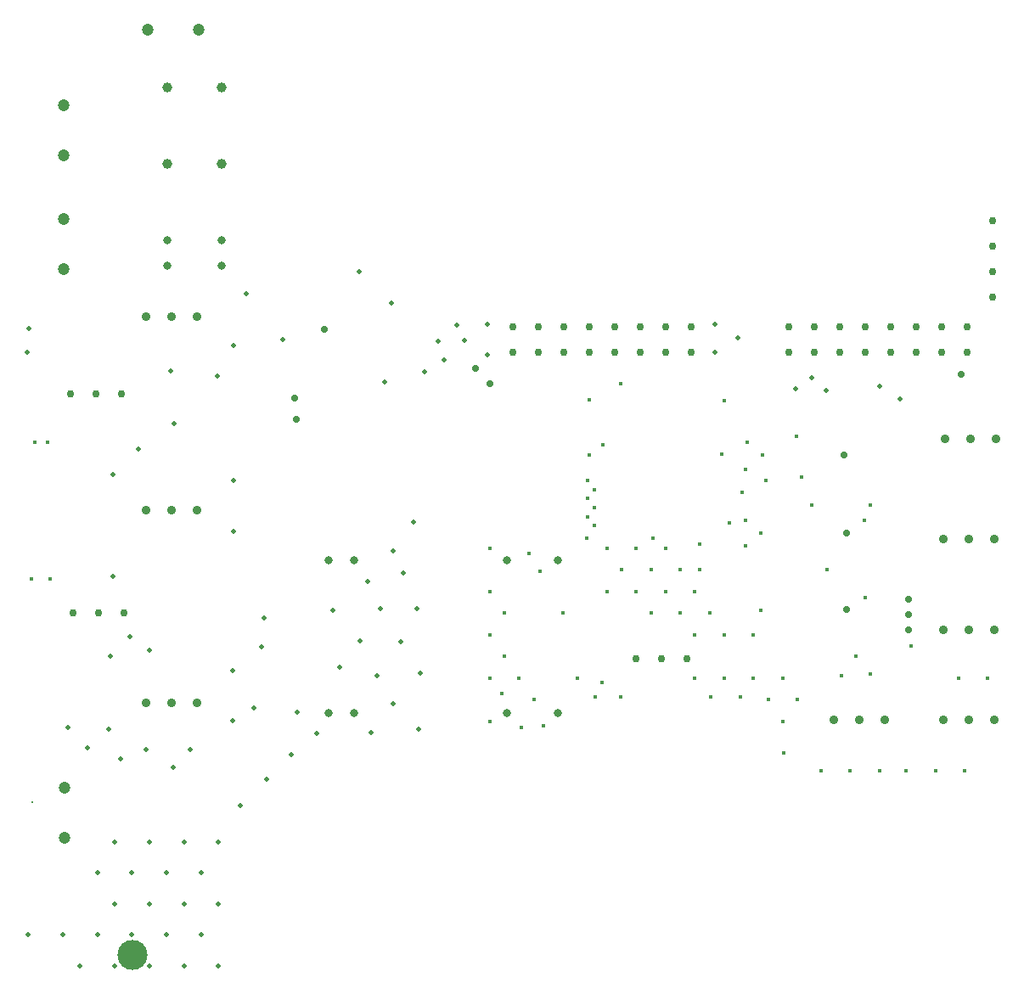
<source format=gbr>
G04 Layer_Color=0*
%FSLAX25Y25*%
%MOIN*%
%TF.FileFunction,Plated,1,2,PTH,Drill*%
%TF.Part,Single*%
G01*
G75*
%TA.AperFunction,ComponentDrill*%
%ADD99C,0.03000*%
%TA.AperFunction,OtherDrill,Pad Free-5 (447mil,-116mil)*%
%ADD100C,0.11811*%
%TA.AperFunction,ComponentDrill*%
%ADD101C,0.04724*%
%ADD102C,0.04724*%
%ADD103C,0.03543*%
%ADD104C,0.03000*%
%ADD105C,0.03150*%
%ADD106C,0.03937*%
%TA.AperFunction,ViaDrill,NotFilled*%
%ADD107C,0.02800*%
%ADD108C,0.02000*%
%ADD109C,0.01500*%
%ADD110C,0.01575*%
%ADD111C,0.01000*%
D99*
X382600Y246900D02*
D03*
Y256900D02*
D03*
Y266900D02*
D03*
Y276900D02*
D03*
D100*
X44700Y-11600D02*
D03*
D101*
X18100Y34558D02*
D03*
Y54242D02*
D03*
X17866Y322143D02*
D03*
Y302457D02*
D03*
Y277642D02*
D03*
Y257958D02*
D03*
D102*
X50970Y351800D02*
D03*
X70655D02*
D03*
D103*
X50100Y239300D02*
D03*
X60100D02*
D03*
X70100D02*
D03*
X50100Y163350D02*
D03*
X60100D02*
D03*
X70100D02*
D03*
X50100Y87400D02*
D03*
X60100D02*
D03*
X70100D02*
D03*
X363700Y191300D02*
D03*
X373700D02*
D03*
X383700D02*
D03*
X383100Y151800D02*
D03*
X373100D02*
D03*
X363100D02*
D03*
X320100Y80800D02*
D03*
X330100D02*
D03*
X340100D02*
D03*
X363100Y80800D02*
D03*
X373100D02*
D03*
X383100D02*
D03*
X363100Y116341D02*
D03*
X373100D02*
D03*
X383100D02*
D03*
D104*
X214100Y235300D02*
D03*
X204100D02*
D03*
X264100D02*
D03*
X254100D02*
D03*
X244100D02*
D03*
X234100D02*
D03*
X224100D02*
D03*
X194100D02*
D03*
X214100Y225300D02*
D03*
X204100D02*
D03*
X264100D02*
D03*
X254100D02*
D03*
X244100D02*
D03*
X234100D02*
D03*
X224100D02*
D03*
X194100D02*
D03*
X322600D02*
D03*
X312600D02*
D03*
X372600D02*
D03*
X362600D02*
D03*
X352600D02*
D03*
X342600D02*
D03*
X332600D02*
D03*
X302600D02*
D03*
X322600Y235300D02*
D03*
X312600D02*
D03*
X372600D02*
D03*
X362600D02*
D03*
X352600D02*
D03*
X342600D02*
D03*
X332600D02*
D03*
X302600D02*
D03*
X252600Y104800D02*
D03*
X262600D02*
D03*
X242600D02*
D03*
X31584Y123000D02*
D03*
X41584D02*
D03*
X21584D02*
D03*
X20600Y208800D02*
D03*
X30600D02*
D03*
X40600D02*
D03*
D105*
X211700Y143700D02*
D03*
X191700D02*
D03*
X131700D02*
D03*
X121700D02*
D03*
Y83700D02*
D03*
X211700D02*
D03*
X191700D02*
D03*
X131700D02*
D03*
X58479Y269300D02*
D03*
Y259300D02*
D03*
X79979Y269300D02*
D03*
Y259300D02*
D03*
D106*
X58479Y329300D02*
D03*
Y299300D02*
D03*
X79979Y329300D02*
D03*
Y299300D02*
D03*
D107*
X370100Y216700D02*
D03*
X349600Y122300D02*
D03*
X109100Y198800D02*
D03*
X185100Y212800D02*
D03*
X179600Y218800D02*
D03*
X325100Y124300D02*
D03*
Y154300D02*
D03*
X324100Y184800D02*
D03*
X349600Y128300D02*
D03*
Y116300D02*
D03*
X108600Y207300D02*
D03*
X120318Y234250D02*
D03*
D108*
X84600Y174800D02*
D03*
Y154800D02*
D03*
X150100Y111400D02*
D03*
X137100Y135200D02*
D03*
X51400Y108200D02*
D03*
X43800Y113400D02*
D03*
X78100Y215800D02*
D03*
X84600Y227800D02*
D03*
X103900Y230100D02*
D03*
X4100Y234500D02*
D03*
X59900Y217800D02*
D03*
X3400Y225300D02*
D03*
X61100Y197300D02*
D03*
X47100Y187300D02*
D03*
X37100Y177300D02*
D03*
Y137300D02*
D03*
X84135Y100353D02*
D03*
Y80570D02*
D03*
X67600Y69300D02*
D03*
X50100D02*
D03*
X40000Y65700D02*
D03*
X19600Y77800D02*
D03*
X92400Y85400D02*
D03*
X35600Y77300D02*
D03*
X60900Y62200D02*
D03*
X27100Y69800D02*
D03*
X87100Y47300D02*
D03*
X97400Y57400D02*
D03*
X107100Y67300D02*
D03*
X36300Y106000D02*
D03*
X95600Y109600D02*
D03*
X155200Y158700D02*
D03*
X147100Y147300D02*
D03*
X151100Y138500D02*
D03*
X142300Y124600D02*
D03*
X156400D02*
D03*
X134200Y111900D02*
D03*
X140800Y98200D02*
D03*
X147100Y87300D02*
D03*
X126100Y101600D02*
D03*
X123500Y124000D02*
D03*
X96500Y120800D02*
D03*
X157700Y99100D02*
D03*
X117300Y75400D02*
D03*
X138400Y75800D02*
D03*
X157100Y77300D02*
D03*
X133900Y257000D02*
D03*
X89500Y248100D02*
D03*
X146600Y244605D02*
D03*
X143900Y213500D02*
D03*
X164700Y229700D02*
D03*
X159500Y217400D02*
D03*
X175100Y229800D02*
D03*
X184100Y236300D02*
D03*
X172300Y236000D02*
D03*
X167300Y222200D02*
D03*
X184100Y224300D02*
D03*
X282600Y230800D02*
D03*
X273600Y236300D02*
D03*
Y225300D02*
D03*
X317100Y210300D02*
D03*
X311600Y215300D02*
D03*
X305100Y210800D02*
D03*
X346100Y206800D02*
D03*
X338100Y211800D02*
D03*
X109500Y84000D02*
D03*
X78600Y33000D02*
D03*
X65000D02*
D03*
X58200Y20800D02*
D03*
X71800D02*
D03*
X44600D02*
D03*
X51400Y33000D02*
D03*
Y8600D02*
D03*
X78600D02*
D03*
X65000D02*
D03*
X44600Y-3600D02*
D03*
X71800D02*
D03*
X58200D02*
D03*
X51400Y-15800D02*
D03*
X78600D02*
D03*
X65000D02*
D03*
X37800Y8600D02*
D03*
Y33000D02*
D03*
Y-15800D02*
D03*
X31000Y20800D02*
D03*
Y-3600D02*
D03*
X17400D02*
D03*
X3800D02*
D03*
X24200Y-15800D02*
D03*
D109*
X371624Y60705D02*
D03*
X315100Y60800D02*
D03*
X326600D02*
D03*
X338100D02*
D03*
X305600Y192339D02*
D03*
X197575Y77945D02*
D03*
X185100Y80300D02*
D03*
X206298Y78498D02*
D03*
X288600Y97300D02*
D03*
X277100D02*
D03*
X265600D02*
D03*
X283350Y89800D02*
D03*
X271850D02*
D03*
X229298Y95498D02*
D03*
X185100Y97300D02*
D03*
X189874Y91155D02*
D03*
X190850Y105800D02*
D03*
X196600Y97300D02*
D03*
X202350Y88800D02*
D03*
X226350Y89800D02*
D03*
X236500D02*
D03*
X219600Y97300D02*
D03*
X323100Y98300D02*
D03*
X305850Y88800D02*
D03*
X300100Y97300D02*
D03*
X294350Y88800D02*
D03*
X334600Y98800D02*
D03*
X328850Y105800D02*
D03*
X350600Y109800D02*
D03*
X369100Y97300D02*
D03*
X380600D02*
D03*
X360124Y60705D02*
D03*
X348624D02*
D03*
X300100Y80300D02*
D03*
X317350Y139800D02*
D03*
X334600Y165300D02*
D03*
X311600D02*
D03*
X307419Y176198D02*
D03*
X229600Y188800D02*
D03*
X279100Y158300D02*
D03*
X259850Y139800D02*
D03*
X265600Y131300D02*
D03*
X271350Y122800D02*
D03*
X254100Y148300D02*
D03*
X242600D02*
D03*
X231100D02*
D03*
X248350Y139800D02*
D03*
X236850D02*
D03*
X254100Y131300D02*
D03*
X242600D02*
D03*
X231100D02*
D03*
X185100D02*
D03*
Y114300D02*
D03*
X190850Y122800D02*
D03*
X213850D02*
D03*
X248350D02*
D03*
X288600Y114300D02*
D03*
X277100D02*
D03*
X259850Y122800D02*
D03*
X265600Y114300D02*
D03*
X204800Y139300D02*
D03*
X185100Y148300D02*
D03*
X200600Y146300D02*
D03*
X277100Y206300D02*
D03*
D110*
X224100Y206453D02*
D03*
X236600Y212800D02*
D03*
X223100Y152300D02*
D03*
X249100D02*
D03*
X276100Y185300D02*
D03*
X224100Y184800D02*
D03*
X300600Y67800D02*
D03*
X292100Y184800D02*
D03*
X291600Y154300D02*
D03*
Y123800D02*
D03*
X267600Y139800D02*
D03*
Y149800D02*
D03*
X285600Y149300D02*
D03*
Y159300D02*
D03*
X286100Y189800D02*
D03*
X285600Y179300D02*
D03*
X284100Y170264D02*
D03*
X293600Y174800D02*
D03*
X226100Y157122D02*
D03*
X223600Y160658D02*
D03*
X226100Y164300D02*
D03*
Y171300D02*
D03*
X223600Y167800D02*
D03*
Y174800D02*
D03*
X332600Y128800D02*
D03*
X332100Y159300D02*
D03*
X6600Y189800D02*
D03*
X11600D02*
D03*
X5100Y136300D02*
D03*
X12600D02*
D03*
D111*
X5600Y48700D02*
D03*
%TF.MD5,457de767d04bdca97e3eab98e1d3ecf8*%
M02*

</source>
